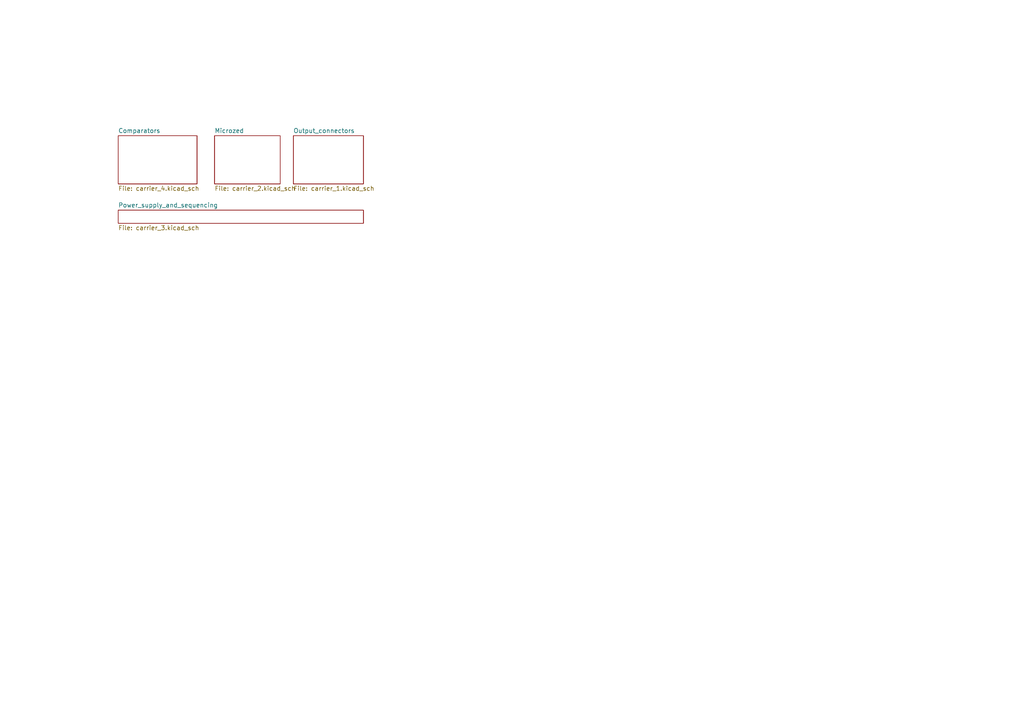
<source format=kicad_sch>
(kicad_sch (version 20211123) (generator eeschema)
  (paper "A4")
  (lib_symbols)
  (sheet (at 85.09 39.37) (size 20.32 13.97)
    (property "Sheet name" "Output_connectors" (at 85.09 38.6584 0) (effects (justify left bottom)))
    (property "Sheet file" "carrier_1.kicad_sch" (at 85.09 53.9246 0) (effects (justify left top)))
  )
  (sheet (at 62.23 39.37) (size 19.05 13.97)
    (property "Sheet name" "Microzed" (at 62.23 38.6584 0) (effects (justify left bottom)))
    (property "Sheet file" "carrier_2.kicad_sch" (at 62.23 53.9246 0) (effects (justify left top)))
  )
  (sheet (at 34.29 60.96) (size 71.12 3.81)
    (property "Sheet name" "Power_supply_and_sequencing" (at 34.29 60.2484 0) (effects (justify left bottom)))
    (property "Sheet file" "carrier_3.kicad_sch" (at 34.29 65.3546 0) (effects (justify left top)))
  )
  (sheet (at 34.29 39.37) (size 22.86 13.97)
    (property "Sheet name" "Comparators" (at 34.29 38.6584 0) (effects (justify left bottom)))
    (property "Sheet file" "carrier_4.kicad_sch" (at 34.29 53.9246 0) (effects (justify left top)))
  )
)
</source>
